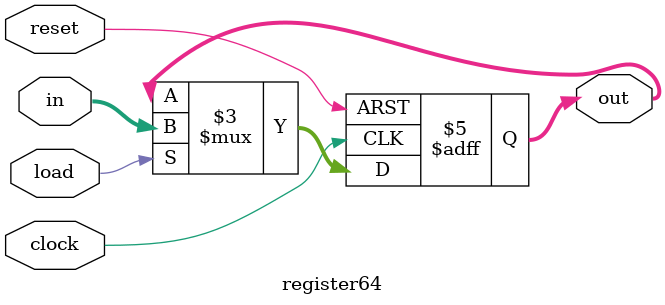
<source format=v>
module registerfile(write, clock, reset, dataIn, dataSelect, outputASelect, outputBSelect, outputA, outputB, r0, r1, r2, r3, r4, r5, r6, r7, r8, r9, r10, r11, r12, r13, r14, r15, r16, r17, r18, r19, r20, r21, r22, r23, r24, r25, r26, r27, r28, r29, r30, r31);
	input write, clock, reset;
	input [63:0] dataIn;
	input [4:0] dataSelect, outputASelect, outputBSelect;
	output [63:0] outputA, outputB;
	output [15:0] r0, r1, r2, r3, r4, r5, r6, r7, r8, r9, r10, r11, r12, r13, r14, r15, r16, r17, r18, r19, r20, r21, r22, r23, r24, r25, r26, r27, r28, r29, r30, r31;
	
	wire [31:0] dataDecoded;
	wire [63:0] reg0Out, reg1Out, reg2Out, reg3Out, reg4Out, reg5Out, reg6Out, reg7Out, reg8Out, reg9Out, reg10Out, reg11Out, reg12Out, reg13Out, reg14Out, reg15Out, reg16Out, reg17Out, reg18Out, reg19Out, reg20Out, reg21Out, reg22Out, reg23Out, reg24Out, reg25Out, reg26Out, reg27Out, reg28Out, reg29Out, reg30Out, reg31Out;
	
	decoder5to32 loadDecoder(dataSelect, dataDecoded);
	
	register64 reg0(write & dataDecoded[0], clock, reset, dataIn, reg0Out);
	register64 reg1(write & dataDecoded[1], clock, reset, dataIn, reg1Out);
	register64 reg2(write & dataDecoded[2], clock, reset, dataIn, reg2Out);
	register64 reg3(write & dataDecoded[3], clock, reset, dataIn, reg3Out);
	register64 reg4(write & dataDecoded[4], clock, reset, dataIn, reg4Out);
	register64 reg5(write & dataDecoded[5], clock, reset, dataIn, reg5Out);
	register64 reg6(write & dataDecoded[6], clock, reset, dataIn, reg6Out);
	register64 reg7(write & dataDecoded[7], clock, reset, dataIn, reg7Out);
	register64 reg8(write & dataDecoded[8], clock, reset, dataIn, reg8Out);
	register64 reg9(write & dataDecoded[9], clock, reset, dataIn, reg9Out);
	register64 reg10(write & dataDecoded[10], clock, reset, dataIn, reg10Out);
	register64 reg11(write & dataDecoded[11], clock, reset, dataIn, reg11Out);
	register64 reg12(write & dataDecoded[12], clock, reset, dataIn, reg12Out);
	register64 reg13(write & dataDecoded[13], clock, reset, dataIn, reg13Out);
	register64 reg14(write & dataDecoded[14], clock, reset, dataIn, reg14Out);
	register64 reg15(write & dataDecoded[15], clock, reset, dataIn, reg15Out);
	register64 reg16(write & dataDecoded[16], clock, reset, dataIn, reg16Out);
	register64 reg17(write & dataDecoded[17], clock, reset, dataIn, reg17Out);
	register64 reg18(write & dataDecoded[18], clock, reset, dataIn, reg18Out);
	register64 reg19(write & dataDecoded[19], clock, reset, dataIn, reg19Out);
	register64 reg20(write & dataDecoded[20], clock, reset, dataIn, reg20Out);
	register64 reg21(write & dataDecoded[21], clock, reset, dataIn, reg21Out);
	register64 reg22(write & dataDecoded[22], clock, reset, dataIn, reg22Out);
	register64 reg23(write & dataDecoded[23], clock, reset, dataIn, reg23Out);
	register64 reg24(write & dataDecoded[24], clock, reset, dataIn, reg24Out);
	register64 reg25(write & dataDecoded[25], clock, reset, dataIn, reg25Out);
	register64 reg26(write & dataDecoded[26], clock, reset, dataIn, reg26Out);
	register64 reg27(write & dataDecoded[27], clock, reset, dataIn, reg27Out);
	register64 reg28(write & dataDecoded[28], clock, reset, dataIn, reg28Out);
	register64 reg29(write & dataDecoded[29], clock, reset, dataIn, reg29Out);
	register64 reg30(write & dataDecoded[30], clock, reset, dataIn, reg30Out);
	assign reg31Out = 64'b0;
	
	mux32x64to1x64 aMux(outputASelect, reg0Out, reg1Out, reg2Out, reg3Out, reg4Out, reg5Out, reg6Out, reg7Out, reg8Out, reg9Out, reg10Out, reg11Out, reg12Out, reg13Out, reg14Out, reg15Out, reg16Out, reg17Out, reg18Out, reg19Out, reg20Out, reg21Out, reg22Out, reg23Out, reg24Out, reg25Out, reg26Out, reg27Out, reg28Out, reg29Out, reg30Out, reg31Out, outputA);
	mux32x64to1x64 bMux(outputBSelect, reg0Out, reg1Out, reg2Out, reg3Out, reg4Out, reg5Out, reg6Out, reg7Out, reg8Out, reg9Out, reg10Out, reg11Out, reg12Out, reg13Out, reg14Out, reg15Out, reg16Out, reg17Out, reg18Out, reg19Out, reg20Out, reg21Out, reg22Out, reg23Out, reg24Out, reg25Out, reg26Out, reg27Out, reg28Out, reg29Out, reg30Out, reg31Out, outputB);
	
	assign r0 = reg0Out[15:0];
	assign r1 = reg1Out[15:0];
	assign r2 = reg2Out[15:0];
	assign r3 = reg3Out[15:0];
	assign r4 = reg4Out[15:0];
	assign r5 = reg5Out[15:0];
	assign r6 = reg6Out[15:0];
	assign r7 = reg7Out[15:0];
	assign r8 = reg8Out[15:0];
	assign r9 = reg9Out[15:0];
	assign r10 = reg10Out[15:0];
	assign r11 = reg11Out[15:0];
	assign r12 = reg12Out[15:0];
	assign r13 = reg13Out[15:0];
	assign r14 = reg14Out[15:0];
	assign r15 = reg15Out[15:0];
	assign r16 = reg16Out[15:0];
	assign r17 = reg17Out[15:0];
	assign r18 = reg18Out[15:0];
	assign r19 = reg19Out[15:0];
	assign r20 = reg20Out[15:0];
	assign r21 = reg21Out[15:0];
	assign r22 = reg22Out[15:0];
	assign r23 = reg23Out[15:0];
	assign r24 = reg24Out[15:0];
	assign r25 = reg25Out[15:0];
	assign r26 = reg26Out[15:0];
	assign r27 = reg27Out[15:0];
	assign r28 = reg28Out[15:0];
	assign r29 = reg29Out[15:0];
	assign r30 = reg30Out[15:0];
	assign r31 = reg31Out[15:0];
endmodule

module decoder5to32(select, result);
	input [4:0] select;
	output reg [31:0] result;

	always @(select) begin
		case (select)
			5'd0  : result = 32'b00000000000000000000000000000001;
			5'd1  : result = 32'b00000000000000000000000000000010;
			5'd2  : result = 32'b00000000000000000000000000000100;
			5'd3  : result = 32'b00000000000000000000000000001000;
			5'd4  : result = 32'b00000000000000000000000000010000;
			5'd5  : result = 32'b00000000000000000000000000100000;
			5'd6  : result = 32'b00000000000000000000000001000000;
			5'd7  : result = 32'b00000000000000000000000010000000;
			5'd8  : result = 32'b00000000000000000000000100000000;
			5'd9  : result = 32'b00000000000000000000001000000000;
			5'd10 : result = 32'b00000000000000000000010000000000;
			5'd11 : result = 32'b00000000000000000000100000000000;
			5'd12 : result = 32'b00000000000000000001000000000000;
			5'd13 : result = 32'b00000000000000000010000000000000;
			5'd14 : result = 32'b00000000000000000100000000000000;
			5'd15 : result = 32'b00000000000000001000000000000000;
			5'd16 : result = 32'b00000000000000010000000000000000;
			5'd17 : result = 32'b00000000000000100000000000000000;
			5'd18 : result = 32'b00000000000001000000000000000000;
			5'd19 : result = 32'b00000000000010000000000000000000;
			5'd20 : result = 32'b00000000000100000000000000000000;
			5'd21 : result = 32'b00000000001000000000000000000000;
			5'd22 : result = 32'b00000000010000000000000000000000;
			5'd23 : result = 32'b00000000100000000000000000000000;
			5'd24 : result = 32'b00000001000000000000000000000000;
			5'd25 : result = 32'b00000010000000000000000000000000;
			5'd26 : result = 32'b00000100000000000000000000000000;
			5'd27 : result = 32'b00001000000000000000000000000000;
			5'd28 : result = 32'b00010000000000000000000000000000;
			5'd29 : result = 32'b00100000000000000000000000000000;
			5'd30 : result = 32'b01000000000000000000000000000000;
			5'd31 : result = 32'b10000000000000000000000000000000;
			default:result = 32'bxxxxxxxxxxxxxxxxxxxxxxxxxxxxxxxx;
		endcase
	end
endmodule

module mux32x64to1x64(select, in0, in1, in2, in3, in4, in5, in6, in7, in8, in9, in10, in11, in12, in13, in14, in15, in16, in17, in18, in19, in20, in21, in22, in23, in24, in25, in26, in27, in28, in29, in30, in31, out);
	input [4:0] select;
	input [63:0] in0, in1, in2, in3, in4, in5, in6, in7, in8, in9, in10, in11, in12, in13, in14, in15, in16, in17, in18, in19, in20, in21, in22, in23, in24, in25, in26, in27, in28, in29, in30, in31;
	output reg [63:0] out;

	always @(*) begin
		case (select)
			5'd0  : out = in0;
			5'd1  : out = in1;
			5'd2  : out = in2;
			5'd3  : out = in3;
			5'd4  : out = in4;
			5'd5  : out = in5;
			5'd6  : out = in6;
			5'd7  : out = in7;
			5'd8  : out = in8;
			5'd9  : out = in9;
			5'd10 : out = in10;
			5'd11 : out = in11;
			5'd12 : out = in12;
			5'd13 : out = in13;
			5'd14 : out = in14;
			5'd15 : out = in15;
			5'd16 : out = in16;
			5'd17 : out = in17;
			5'd18 : out = in18;
			5'd19 : out = in19;
			5'd20 : out = in20;
			5'd21 : out = in21;
			5'd22 : out = in22;
			5'd23 : out = in23;
			5'd24 : out = in24;
			5'd25 : out = in25;
			5'd26 : out = in26;
			5'd27 : out = in27;
			5'd28 : out = in28;
			5'd29 : out = in29;
			5'd30 : out = in30;
			5'd31 : out = in31;
		endcase
	end
endmodule

module register64(load, clock, reset, in, out);
	input load, clock, reset;
	input [63:0] in;
	output reg [63:0] out;

	always @(posedge clock or negedge reset) begin
		if (~reset)
			out <= 64'h0000000000000000;
		else if (load)
			out <= in;
	end
endmodule


</source>
